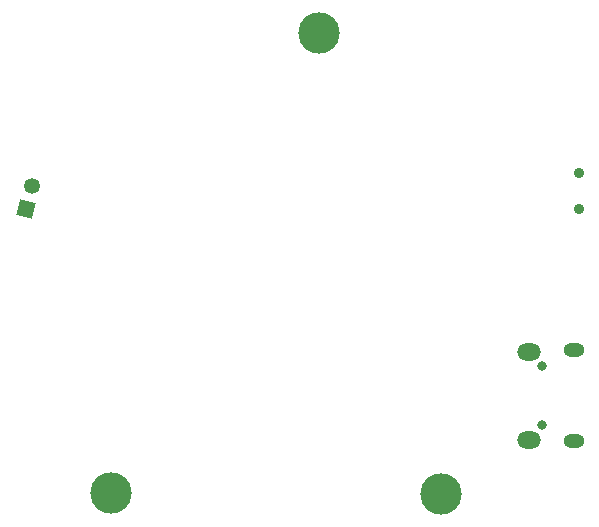
<source format=gbr>
%TF.GenerationSoftware,KiCad,Pcbnew,(6.0.1)*%
%TF.CreationDate,2022-06-05T00:17:46-05:00*%
%TF.ProjectId,Pivot_stand,5069766f-745f-4737-9461-6e642e6b6963,rev?*%
%TF.SameCoordinates,Original*%
%TF.FileFunction,Soldermask,Bot*%
%TF.FilePolarity,Negative*%
%FSLAX46Y46*%
G04 Gerber Fmt 4.6, Leading zero omitted, Abs format (unit mm)*
G04 Created by KiCad (PCBNEW (6.0.1)) date 2022-06-05 00:17:46*
%MOMM*%
%LPD*%
G01*
G04 APERTURE LIST*
G04 Aperture macros list*
%AMHorizOval*
0 Thick line with rounded ends*
0 $1 width*
0 $2 $3 position (X,Y) of the first rounded end (center of the circle)*
0 $4 $5 position (X,Y) of the second rounded end (center of the circle)*
0 Add line between two ends*
20,1,$1,$2,$3,$4,$5,0*
0 Add two circle primitives to create the rounded ends*
1,1,$1,$2,$3*
1,1,$1,$4,$5*%
%AMRotRect*
0 Rectangle, with rotation*
0 The origin of the aperture is its center*
0 $1 length*
0 $2 width*
0 $3 Rotation angle, in degrees counterclockwise*
0 Add horizontal line*
21,1,$1,$2,0,0,$3*%
G04 Aperture macros list end*
%ADD10C,0.900000*%
%ADD11C,3.500000*%
%ADD12O,0.800000X0.800000*%
%ADD13O,1.800000X1.150000*%
%ADD14O,2.000000X1.450000*%
%ADD15RotRect,1.350000X1.350000X165.000000*%
%ADD16HorizOval,1.350000X0.000000X0.000000X0.000000X0.000000X0*%
G04 APERTURE END LIST*
D10*
%TO.C,I/O*%
X174226000Y-116813200D03*
X174226000Y-119813200D03*
%TD*%
D11*
%TO.C,REF\u002A\u002A*%
X162534600Y-143941800D03*
%TD*%
%TO.C,REF\u002A\u002A*%
X134594600Y-143916400D03*
%TD*%
%TO.C,REF\u002A\u002A*%
X152222200Y-104952800D03*
%TD*%
D12*
%TO.C,J1*%
X171114200Y-138136000D03*
X171114200Y-133136000D03*
D13*
X173864200Y-131761000D03*
D14*
X170064200Y-139361000D03*
X170064200Y-131911000D03*
D13*
X173864200Y-139511000D03*
%TD*%
D15*
%TO.C,J2*%
X127400000Y-119800000D03*
D16*
X127917638Y-117868148D03*
%TD*%
M02*

</source>
